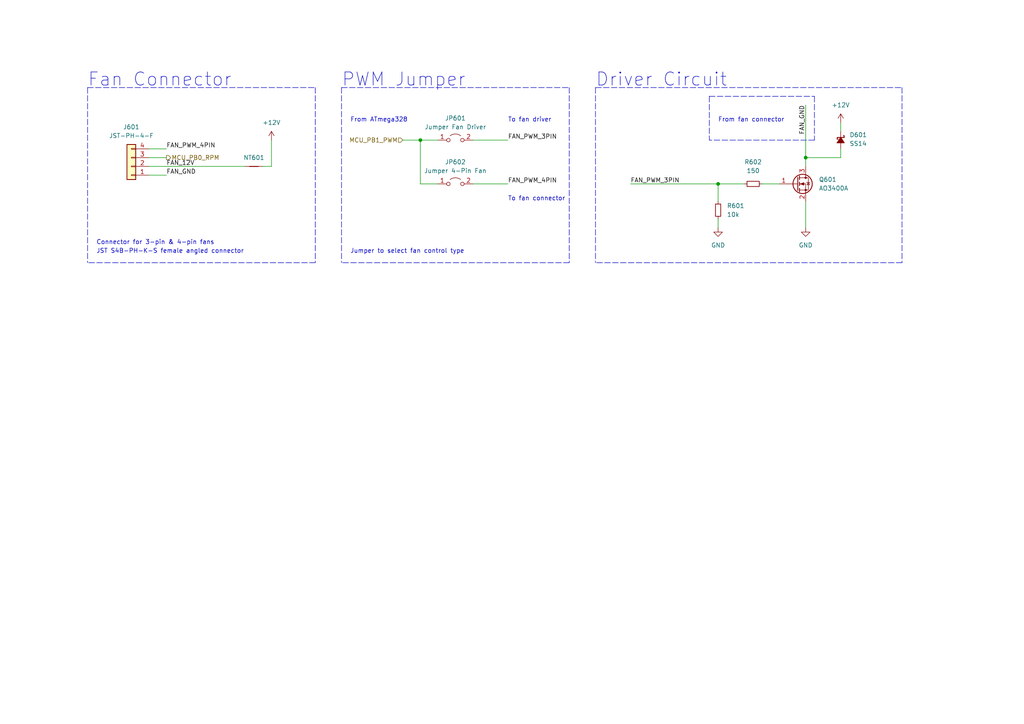
<source format=kicad_sch>
(kicad_sch (version 20211123) (generator eeschema)
  (paper "A4")
  (title_block (title "Fan Driver Circuit") (date "2022-09-09") (rev "v1.0.0") (company "Lizard Electronics") (comment 1 "Designed by: Manuel Lagarto"))
  (lib_symbols
    (symbol "Connector_Generic:Conn_01x04" (pin_names (offset 1.016) hide)
      (property "Reference" "J" (at 0 5.08 0))
      (property "Value" "Conn_01x04" (at 0 -7.62 0))
      (symbol "Conn_01x04_1_1"
        (rectangle (start -1.27 -4.953) (end 0 -5.207) (stroke (width 0.1524)))
        (rectangle (start -1.27 -2.413) (end 0 -2.667) (stroke (width 0.1524)))
        (rectangle (start -1.27 0.127) (end 0 -0.127) (stroke (width 0.1524)))
        (rectangle (start -1.27 2.667) (end 0 2.413) (stroke (width 0.1524)))
        (rectangle (start -1.27 3.81) (end 1.27 -6.35) (stroke (width 0.254)) (fill (type background)))
        (pin passive line (at -5.08 2.54 0) (length 3.81) (name "Pin_1") (number "1"))
        (pin passive line (at -5.08 0 0) (length 3.81) (name "Pin_2") (number "2"))
        (pin passive line (at -5.08 -2.54 0) (length 3.81) (name "Pin_3") (number "3"))
        (pin passive line (at -5.08 -5.08 0) (length 3.81) (name "Pin_4") (number "4"))
      )
    )
    (symbol "Device:D_Schottky_Small_Filled" (pin_numbers hide) (pin_names (offset 0.254) hide)
      (property "Reference" "D" (at -1.27 2.032 0))
      (property "Value" "D_Schottky_Small_Filled" (at -7.112 -2.032 0))
      (symbol "D_Schottky_Small_Filled_0_1"
        (polyline (pts (xy -0.762 0) (xy 0.762 0)))
        (polyline (pts (xy 0.762 -1.016) (xy -0.762 0) (xy 0.762 1.016) (xy 0.762 -1.016)) (stroke (width 0.254)) (fill (type outline)))
        (polyline (pts (xy -1.27 0.762) (xy -1.27 1.016) (xy -0.762 1.016) (xy -0.762 -1.016) (xy -0.254 -1.016) (xy -0.254 -0.762)) (stroke (width 0.254)))
      )
      (symbol "D_Schottky_Small_Filled_1_1"
        (pin passive line (at -2.54 0 0) (length 1.778) (name "K") (number "1"))
        (pin passive line (at 2.54 0 180) (length 1.778) (name "A") (number "2"))
      )
    )
    (symbol "Device:NetTie_2" (pin_numbers hide) (pin_names (offset 0) hide)
      (property "Reference" "NT" (at 0 1.27 0))
      (property "Value" "NetTie_2" (at 0 -1.27 0))
      (symbol "NetTie_2_0_1"
        (polyline (pts (xy -1.27 0) (xy 1.27 0)) (stroke (width 0.254)))
      )
      (symbol "NetTie_2_1_1"
        (pin passive line (at -2.54 0 0) (length 2.54) (name "1") (number "1"))
        (pin passive line (at 2.54 0 180) (length 2.54) (name "2") (number "2"))
      )
    )
    (symbol "Device:R_Small" (pin_numbers hide) (pin_names (offset 0.254) hide)
      (property "Reference" "R" (at 0.762 0.508 0))
      (property "Value" "R_Small" (at 0.762 -1.016 0))
      (symbol "R_Small_0_1"
        (rectangle (start -0.762 1.778) (end 0.762 -1.778) (stroke (width 0.2032)))
      )
      (symbol "R_Small_1_1"
        (pin passive line (at 0 2.54 270) (length 0.762) (name "~") (number "1"))
        (pin passive line (at 0 -2.54 90) (length 0.762) (name "~") (number "2"))
      )
    )
    (symbol "Jumper:Jumper_2_Open" (pin_names (offset 0) hide)
      (property "Reference" "JP" (at 0 2.794 0))
      (property "Value" "Jumper_2_Open" (at 0 -2.286 0))
      (symbol "Jumper_2_Open_0_0"
        (circle (center -2.032 0) (radius 0.508))
        (circle (center 2.032 0) (radius 0.508))
      )
      (symbol "Jumper_2_Open_0_1"
        (arc (start 1.524 1.27) (mid 0 1.778) (end -1.524 1.27))
      )
      (symbol "Jumper_2_Open_1_1"
        (pin passive line (at -5.08 0 0) (length 2.54) (name "A") (number "1"))
        (pin passive line (at 5.08 0 180) (length 2.54) (name "B") (number "2"))
      )
    )
    (symbol "Transistor_FET:AO3400A" (pin_names hide)
      (property "Reference" "Q" (at 5.08 1.905 0))
      (property "Value" "AO3400A" (at 5.08 0 0))
      (symbol "AO3400A_0_1"
        (polyline (pts (xy 0.254 0) (xy -2.54 0)))
        (polyline (pts (xy 0.254 1.905) (xy 0.254 -1.905)) (stroke (width 0.254)))
        (polyline (pts (xy 0.762 -1.27) (xy 0.762 -2.286)) (stroke (width 0.254)))
        (polyline (pts (xy 0.762 0.508) (xy 0.762 -0.508)) (stroke (width 0.254)))
        (polyline (pts (xy 0.762 2.286) (xy 0.762 1.27)) (stroke (width 0.254)))
        (polyline (pts (xy 2.54 2.54) (xy 2.54 1.778)))
        (polyline (pts (xy 2.54 -2.54) (xy 2.54 0) (xy 0.762 0)))
        (polyline (pts (xy 0.762 -1.778) (xy 3.302 -1.778) (xy 3.302 1.778) (xy 0.762 1.778)))
        (polyline (pts (xy 1.016 0) (xy 2.032 0.381) (xy 2.032 -0.381) (xy 1.016 0)) (fill (type outline)))
        (polyline (pts (xy 2.794 0.508) (xy 2.921 0.381) (xy 3.683 0.381) (xy 3.81 0.254)))
        (polyline (pts (xy 3.302 0.381) (xy 2.921 -0.254) (xy 3.683 -0.254) (xy 3.302 0.381)))
        (circle (center 1.651 0) (radius 2.794) (stroke (width 0.254)))
        (circle (center 2.54 -1.778) (radius 0.254) (fill (type outline)))
        (circle (center 2.54 1.778) (radius 0.254) (fill (type outline)))
      )
      (symbol "AO3400A_1_1"
        (pin input line (at -5.08 0 0) (length 2.54) (name "G") (number "1"))
        (pin passive line (at 2.54 -5.08 90) (length 2.54) (name "S") (number "2"))
        (pin passive line (at 2.54 5.08 270) (length 2.54) (name "D") (number "3"))
      )
    )
    (symbol "power:+12V" (power) (pin_names (offset 0))
      (property "Value" "+12V" (at 0 3.556 0))
      (symbol "+12V_0_1"
        (polyline (pts (xy -0.762 1.27) (xy 0 2.54)))
        (polyline (pts (xy 0 0) (xy 0 2.54)))
        (polyline (pts (xy 0 2.54) (xy 0.762 1.27)))
      )
      (symbol "+12V_1_1"
        (pin power_in line (at 0 0 90) (length 0) hide (name "+12V") (number "1"))
      )
    )
    (symbol "power:GND" (power) (pin_names (offset 0))
      (property "Value" "GND" (at 0 -3.81 0))
      (symbol "GND_0_1"
        (polyline (pts (xy 0 0) (xy 0 -1.27) (xy 1.27 -1.27) (xy 0 -2.54) (xy -1.27 -1.27) (xy 0 -1.27)))
      )
      (symbol "GND_1_1"
        (pin power_in line (at 0 0 270) (length 0) hide (name "GND") (number "1"))
      )
    )
  )
  (junction (at 233.68 45.72))
  (junction (at 121.92 40.64))
  (junction (at 208.28 53.34))
  (wire (pts (xy 43.18 50.8) (xy 48.26 50.8)))
  (wire (pts (xy 233.68 30.48) (xy 233.68 45.72)))
  (wire (pts (xy 121.92 53.34) (xy 121.92 40.64)))
  (wire (pts (xy 43.18 43.18) (xy 48.26 43.18)))
  (wire (pts (xy 137.16 40.64) (xy 147.32 40.64)))
  (polyline (pts (xy 236.22 27.94) (xy 236.22 40.64)))
  (polyline (pts (xy 172.72 25.4) (xy 172.72 76.2)))
  (wire (pts (xy 243.84 35.56) (xy 243.84 38.1)))
  (wire (pts (xy 243.84 43.18) (xy 243.84 45.72)))
  (wire (pts (xy 116.84 40.64) (xy 121.92 40.64)))
  (wire (pts (xy 137.16 53.34) (xy 147.32 53.34)))
  (wire (pts (xy 43.18 48.26) (xy 71.12 48.26)))
  (wire (pts (xy 208.28 53.34) (xy 208.28 58.42)))
  (wire (pts (xy 208.28 63.5) (xy 208.28 66.04)))
  (wire (pts (xy 233.68 45.72) (xy 233.68 48.26)))
  (wire (pts (xy 233.68 58.42) (xy 233.68 66.04)))
  (wire (pts (xy 220.98 53.34) (xy 226.06 53.34)))
  (polyline (pts (xy 165.1 25.4) (xy 165.1 76.2)))
  (polyline (pts (xy 172.72 25.4) (xy 261.62 25.4)))
  (polyline (pts (xy 261.62 76.2) (xy 172.72 76.2)))
  (wire (pts (xy 182.88 53.34) (xy 208.28 53.34)))
  (polyline (pts (xy 205.74 27.94) (xy 236.22 27.94)))
  (polyline (pts (xy 25.4 25.4) (xy 91.44 25.4)))
  (polyline (pts (xy 165.1 76.2) (xy 99.06 76.2)))
  (polyline (pts (xy 261.62 25.4) (xy 261.62 76.2)))
  (wire (pts (xy 78.74 40.64) (xy 78.74 48.26)))
  (wire (pts (xy 243.84 45.72) (xy 233.68 45.72)))
  (polyline (pts (xy 205.74 27.94) (xy 205.74 40.64)))
  (polyline (pts (xy 25.4 25.4) (xy 25.4 76.2)))
  (wire (pts (xy 76.2 48.26) (xy 78.74 48.26)))
  (wire (pts (xy 208.28 53.34) (xy 215.9 53.34)))
  (polyline (pts (xy 236.22 40.64) (xy 205.74 40.64)))
  (polyline (pts (xy 91.44 76.2) (xy 25.4 76.2)))
  (polyline (pts (xy 99.06 25.4) (xy 165.1 25.4)))
  (polyline (pts (xy 99.06 25.4) (xy 99.06 76.2)))
  (wire (pts (xy 43.18 45.72) (xy 48.26 45.72)))
  (wire (pts (xy 121.92 40.64) (xy 127 40.64)))
  (wire (pts (xy 127 53.34) (xy 121.92 53.34)))
  (polyline (pts (xy 91.44 25.4) (xy 91.44 76.2)))
  (text "To fan connector" (at 147.32 58.42 0) (effects (font (size 1.27 1.27)) (justify left bottom)))
  (text "To fan driver" (at 147.32 35.56 0) (effects (font (size 1.27 1.27)) (justify left bottom)))
  (text "From fan connector" (at 208.28 35.56 0) (effects (font (size 1.27 1.27)) (justify left bottom)))
  (text "JST S4B-PH-K-S female angled connector " (at 27.94 73.66 0) (effects (font (size 1.27 1.27)) (justify left bottom)))
  (text "Fan Connector" (at 25.4 25.4 0) (effects (font (size 3.81 3.81)) (justify left bottom)))
  (text "PWM Jumper" (at 99.06 25.4 0) (effects (font (size 3.81 3.81)) (justify left bottom)))
  (text "Driver Circuit" (at 172.72 25.4 0) (effects (font (size 3.81 3.81)) (justify left bottom)))
  (text "Connector for 3-pin & 4-pin fans" (at 27.94 71.12 0) (effects (font (size 1.27 1.27)) (justify left bottom)))
  (text "From ATmega328" (at 101.6 35.56 0) (effects (font (size 1.27 1.27)) (justify left bottom)))
  (text "Jumper to select fan control type" (at 101.6 73.66 0) (effects (font (size 1.27 1.27)) (justify left bottom)))
  (label "FAN_PWM_4PIN" (at 48.26 43.18 0))
  (label "FAN_PWM_3PIN" (at 182.88 53.34 0))
  (label "FAN_PWM_3PIN" (at 147.32 40.64 0))
  (label "FAN_GND" (at 48.26 50.8 0))
  (label "FAN_12V" (at 48.26 48.26 0))
  (label "FAN_GND" (at 233.68 30.48 270))
  (label "FAN_PWM_4PIN" (at 147.32 53.34 0))
  (hierarchical_label "MCU_PB1_PWM" (shape input) (at 116.84 40.64 180))
  (hierarchical_label "MCU_PB0_RPM" (shape output) (at 48.26 45.72 0))
  (symbol (lib_id "Transistor_FET:AO3400A") (at 231.14 53.34 0) (unit 1)
    (property "Reference" "Q601" (at 237.49 52.0699 0) (effects (justify left)))
    (property "Value" "AO3400A" (at 237.49 54.6099 0) (effects (justify left)))
    (property "Footprint" "Package_TO_SOT_SMD:SOT-23" (effects hide))
    (property "Datasheet" "http://www.aosmd.com/pdfs/datasheet/AO3400A.pdf" (effects hide))
  )
  (symbol (lib_id "Device:D_Schottky_Small_Filled") (at 243.84 40.64 270) (unit 1)
    (property "Reference" "D601" (at 246.38 39.1159 90) (effects (justify left)))
    (property "Value" "SS14" (at 246.38 41.6559 90) (effects (justify left)))
    (property "Footprint" "Diode_SMD:D_SMA" (effects hide))
  )
  (symbol (lib_id "power:GND") (at 233.68 66.04 0) (unit 1)
    (property "Reference" "#PWR0603" (effects hide))
    (property "Value" "GND" (at 233.68 71.12 0))
  )
  (symbol (lib_id "Device:R_Small") (at 218.44 53.34 90) (unit 1)
    (property "Reference" "R602" (at 218.44 46.99 90))
    (property "Value" "150" (at 218.44 49.53 90))
    (property "Footprint" "Resistor_SMD:R_0805_2012Metric_Pad1.20x1.40mm_HandSolder" (effects hide))
  )
  (symbol (lib_id "power:GND") (at 208.28 66.04 0) (unit 1)
    (property "Reference" "#PWR0602" (effects hide))
    (property "Value" "GND" (at 208.28 71.12 0))
  )
  (symbol (lib_id "Connector_Generic:Conn_01x04") (at 38.1 48.26 180) (unit 1)
    (property "Reference" "J601" (at 38.1 36.83 0))
    (property "Value" "JST-PH-4-F" (at 38.1 39.37 0))
    (property "Footprint" "Connector_JST:JST_PH_S4B-PH-K_1x04_P2.00mm_Horizontal" (effects hide))
  )
  (symbol (lib_id "Device:R_Small") (at 208.28 60.96 0) (unit 1)
    (property "Reference" "R601" (at 210.82 59.6899 0) (effects (justify left)))
    (property "Value" "10k" (at 210.82 62.2299 0) (effects (justify left)))
    (property "Footprint" "Resistor_SMD:R_0603_1608Metric_Pad0.98x0.95mm_HandSolder" (effects hide))
  )
  (symbol (lib_id "power:+12V") (at 243.84 35.56 0) (unit 1)
    (property "Reference" "#PWR0604" (effects hide))
    (property "Value" "+12V" (at 243.84 30.48 0))
  )
  (symbol (lib_id "Device:NetTie_2") (at 73.66 48.26 0) (unit 1)
    (property "Reference" "NT601" (at 73.66 45.72 0))
    (property "Value" "NetTie_2" (effects hide))
    (property "Footprint" "NetTie:NetTie-2_SMD_Pad0.5mm" (effects hide))
  )
  (symbol (lib_id "power:+12V") (at 78.74 40.64 0) (unit 1)
    (property "Reference" "#PWR0601" (effects hide))
    (property "Value" "+12V" (at 78.74 35.56 0))
  )
  (symbol (lib_id "Jumper:Jumper_2_Open") (at 132.08 40.64 0) (unit 1)
    (property "Reference" "JP601" (at 132.08 34.29 0))
    (property "Value" "Jumper Fan Driver" (at 132.08 36.83 0))
    (property "Footprint" "Jumper:SolderJumper-2_P1.3mm_Open_RoundedPad1.0x1.5mm" (effects hide))
  )
  (symbol (lib_id "Jumper:Jumper_2_Open") (at 132.08 53.34 0) (unit 1)
    (property "Reference" "JP602" (at 132.08 46.99 0))
    (property "Value" "Jumper 4-Pin Fan" (at 132.08 49.53 0))
    (property "Footprint" "Jumper:SolderJumper-2_P1.3mm_Open_RoundedPad1.0x1.5mm" (effects hide))
  )
)
</source>
